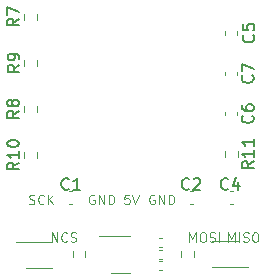
<source format=gbr>
G04 %TF.GenerationSoftware,KiCad,Pcbnew,(6.0.4-0)@% jlc*
G04 %TF.CreationDate,2022-06-11T07:19:30+09:00@% jlc*
G04 %TF.ProjectId,KeyBall,4b657942-616c-46c2-9e6b-696361645f70,rev?@% jlc*
G04 %TF.SameCoordinates,Original@% jlc*
G04 %TF.FileFunction,Legend,Top@% jlc*
G04 %TF.FilePolarity,Positive@% jlc*
%FSLAX46Y46*%
G04 Gerber Fmt 4.6, Leading zero omitted, Abs format (unit mm)*
G04 Created by KiCad (PCBNEW (6.0.4-0)) date 2022-06-11 07:19:30*
%MOMM*%
%LPD*%
G01*
G04 APERTURE LIST*
%ADD10C,0.125000*%
%ADD11C,0.150000*%
%ADD12C,0.120000*%
G04 APERTURE END LIST*
D10*
X148771428Y-105623809D02*
X148885714Y-105661904D01*
X149076190Y-105661904D01*
X149152380Y-105623809D01*
X149190476Y-105585714D01*
X149228571Y-105509523D01*
X149228571Y-105433333D01*
X149190476Y-105357142D01*
X149152380Y-105319047D01*
X149076190Y-105280952D01*
X148923809Y-105242857D01*
X148847619Y-105204761D01*
X148809523Y-105166666D01*
X148771428Y-105090476D01*
X148771428Y-105014285D01*
X148809523Y-104938095D01*
X148847619Y-104900000D01*
X148923809Y-104861904D01*
X149114285Y-104861904D01*
X149228571Y-104900000D01*
X150028571Y-105585714D02*
X149990476Y-105623809D01*
X149876190Y-105661904D01*
X149800000Y-105661904D01*
X149685714Y-105623809D01*
X149609523Y-105547619D01*
X149571428Y-105471428D01*
X149533333Y-105319047D01*
X149533333Y-105204761D01*
X149571428Y-105052380D01*
X149609523Y-104976190D01*
X149685714Y-104900000D01*
X149800000Y-104861904D01*
X149876190Y-104861904D01*
X149990476Y-104900000D01*
X150028571Y-104938095D01*
X150371428Y-105661904D02*
X150371428Y-104861904D01*
X150828571Y-105661904D02*
X150485714Y-105204761D01*
X150828571Y-104861904D02*
X150371428Y-105319047D01*
X157247619Y-104861904D02*
X156866666Y-104861904D01*
X156828571Y-105242857D01*
X156866666Y-105204761D01*
X156942857Y-105166666D01*
X157133333Y-105166666D01*
X157209523Y-105204761D01*
X157247619Y-105242857D01*
X157285714Y-105319047D01*
X157285714Y-105509523D01*
X157247619Y-105585714D01*
X157209523Y-105623809D01*
X157133333Y-105661904D01*
X156942857Y-105661904D01*
X156866666Y-105623809D01*
X156828571Y-105585714D01*
X157514285Y-104861904D02*
X157780952Y-105661904D01*
X158047619Y-104861904D01*
X162342857Y-108861904D02*
X162342857Y-108061904D01*
X162609523Y-108633333D01*
X162876190Y-108061904D01*
X162876190Y-108861904D01*
X163409523Y-108061904D02*
X163561904Y-108061904D01*
X163638095Y-108100000D01*
X163714285Y-108176190D01*
X163752380Y-108328571D01*
X163752380Y-108595238D01*
X163714285Y-108747619D01*
X163638095Y-108823809D01*
X163561904Y-108861904D01*
X163409523Y-108861904D01*
X163333333Y-108823809D01*
X163257142Y-108747619D01*
X163219047Y-108595238D01*
X163219047Y-108328571D01*
X163257142Y-108176190D01*
X163333333Y-108100000D01*
X163409523Y-108061904D01*
X164057142Y-108823809D02*
X164171428Y-108861904D01*
X164361904Y-108861904D01*
X164438095Y-108823809D01*
X164476190Y-108785714D01*
X164514285Y-108709523D01*
X164514285Y-108633333D01*
X164476190Y-108557142D01*
X164438095Y-108519047D01*
X164361904Y-108480952D01*
X164209523Y-108442857D01*
X164133333Y-108404761D01*
X164095238Y-108366666D01*
X164057142Y-108290476D01*
X164057142Y-108214285D01*
X164095238Y-108138095D01*
X164133333Y-108100000D01*
X164209523Y-108061904D01*
X164400000Y-108061904D01*
X164514285Y-108100000D01*
X164857142Y-108861904D02*
X164857142Y-108061904D01*
X150690476Y-108861904D02*
X150690476Y-108061904D01*
X151147619Y-108861904D01*
X151147619Y-108061904D01*
X151985714Y-108785714D02*
X151947619Y-108823809D01*
X151833333Y-108861904D01*
X151757142Y-108861904D01*
X151642857Y-108823809D01*
X151566666Y-108747619D01*
X151528571Y-108671428D01*
X151490476Y-108519047D01*
X151490476Y-108404761D01*
X151528571Y-108252380D01*
X151566666Y-108176190D01*
X151642857Y-108100000D01*
X151757142Y-108061904D01*
X151833333Y-108061904D01*
X151947619Y-108100000D01*
X151985714Y-108138095D01*
X152290476Y-108823809D02*
X152404761Y-108861904D01*
X152595238Y-108861904D01*
X152671428Y-108823809D01*
X152709523Y-108785714D01*
X152747619Y-108709523D01*
X152747619Y-108633333D01*
X152709523Y-108557142D01*
X152671428Y-108519047D01*
X152595238Y-108480952D01*
X152442857Y-108442857D01*
X152366666Y-108404761D01*
X152328571Y-108366666D01*
X152290476Y-108290476D01*
X152290476Y-108214285D01*
X152328571Y-108138095D01*
X152366666Y-108100000D01*
X152442857Y-108061904D01*
X152633333Y-108061904D01*
X152747619Y-108100000D01*
X159390476Y-104900000D02*
X159314285Y-104861904D01*
X159200000Y-104861904D01*
X159085714Y-104900000D01*
X159009523Y-104976190D01*
X158971428Y-105052380D01*
X158933333Y-105204761D01*
X158933333Y-105319047D01*
X158971428Y-105471428D01*
X159009523Y-105547619D01*
X159085714Y-105623809D01*
X159200000Y-105661904D01*
X159276190Y-105661904D01*
X159390476Y-105623809D01*
X159428571Y-105585714D01*
X159428571Y-105319047D01*
X159276190Y-105319047D01*
X159771428Y-105661904D02*
X159771428Y-104861904D01*
X160228571Y-105661904D01*
X160228571Y-104861904D01*
X160609523Y-105661904D02*
X160609523Y-104861904D01*
X160800000Y-104861904D01*
X160914285Y-104900000D01*
X160990476Y-104976190D01*
X161028571Y-105052380D01*
X161066666Y-105204761D01*
X161066666Y-105319047D01*
X161028571Y-105471428D01*
X160990476Y-105547619D01*
X160914285Y-105623809D01*
X160800000Y-105661904D01*
X160609523Y-105661904D01*
X154290476Y-104900000D02*
X154214285Y-104861904D01*
X154100000Y-104861904D01*
X153985714Y-104900000D01*
X153909523Y-104976190D01*
X153871428Y-105052380D01*
X153833333Y-105204761D01*
X153833333Y-105319047D01*
X153871428Y-105471428D01*
X153909523Y-105547619D01*
X153985714Y-105623809D01*
X154100000Y-105661904D01*
X154176190Y-105661904D01*
X154290476Y-105623809D01*
X154328571Y-105585714D01*
X154328571Y-105319047D01*
X154176190Y-105319047D01*
X154671428Y-105661904D02*
X154671428Y-104861904D01*
X155128571Y-105661904D01*
X155128571Y-104861904D01*
X155509523Y-105661904D02*
X155509523Y-104861904D01*
X155700000Y-104861904D01*
X155814285Y-104900000D01*
X155890476Y-104976190D01*
X155928571Y-105052380D01*
X155966666Y-105204761D01*
X155966666Y-105319047D01*
X155928571Y-105471428D01*
X155890476Y-105547619D01*
X155814285Y-105623809D01*
X155700000Y-105661904D01*
X155509523Y-105661904D01*
X165642857Y-108861904D02*
X165642857Y-108061904D01*
X165909523Y-108633333D01*
X166176190Y-108061904D01*
X166176190Y-108861904D01*
X166557142Y-108861904D02*
X166557142Y-108061904D01*
X166900000Y-108823809D02*
X167014285Y-108861904D01*
X167204761Y-108861904D01*
X167280952Y-108823809D01*
X167319047Y-108785714D01*
X167357142Y-108709523D01*
X167357142Y-108633333D01*
X167319047Y-108557142D01*
X167280952Y-108519047D01*
X167204761Y-108480952D01*
X167052380Y-108442857D01*
X166976190Y-108404761D01*
X166938095Y-108366666D01*
X166900000Y-108290476D01*
X166900000Y-108214285D01*
X166938095Y-108138095D01*
X166976190Y-108100000D01*
X167052380Y-108061904D01*
X167242857Y-108061904D01*
X167357142Y-108100000D01*
X167852380Y-108061904D02*
X168004761Y-108061904D01*
X168080952Y-108100000D01*
X168157142Y-108176190D01*
X168195238Y-108328571D01*
X168195238Y-108595238D01*
X168157142Y-108747619D01*
X168080952Y-108823809D01*
X168004761Y-108861904D01*
X167852380Y-108861904D01*
X167776190Y-108823809D01*
X167700000Y-108747619D01*
X167661904Y-108595238D01*
X167661904Y-108328571D01*
X167700000Y-108176190D01*
X167776190Y-108100000D01*
X167852380Y-108061904D01*
D11*
G04 %TO.C,C6@% jlc*
X167687142Y-98166666D02*
X167734761Y-98214285D01*
X167782380Y-98357142D01*
X167782380Y-98452380D01*
X167734761Y-98595238D01*
X167639523Y-98690476D01*
X167544285Y-98738095D01*
X167353809Y-98785714D01*
X167210952Y-98785714D01*
X167020476Y-98738095D01*
X166925238Y-98690476D01*
X166830000Y-98595238D01*
X166782380Y-98452380D01*
X166782380Y-98357142D01*
X166830000Y-98214285D01*
X166877619Y-98166666D01*
X166782380Y-97309523D02*
X166782380Y-97500000D01*
X166830000Y-97595238D01*
X166877619Y-97642857D01*
X167020476Y-97738095D01*
X167210952Y-97785714D01*
X167591904Y-97785714D01*
X167687142Y-97738095D01*
X167734761Y-97690476D01*
X167782380Y-97595238D01*
X167782380Y-97404761D01*
X167734761Y-97309523D01*
X167687142Y-97261904D01*
X167591904Y-97214285D01*
X167353809Y-97214285D01*
X167258571Y-97261904D01*
X167210952Y-97309523D01*
X167163333Y-97404761D01*
X167163333Y-97595238D01*
X167210952Y-97690476D01*
X167258571Y-97738095D01*
X167353809Y-97785714D01*
G04 %TO.C,R8@% jlc*
X147922380Y-97766666D02*
X147446190Y-98100000D01*
X147922380Y-98338095D02*
X146922380Y-98338095D01*
X146922380Y-97957142D01*
X146970000Y-97861904D01*
X147017619Y-97814285D01*
X147112857Y-97766666D01*
X147255714Y-97766666D01*
X147350952Y-97814285D01*
X147398571Y-97861904D01*
X147446190Y-97957142D01*
X147446190Y-98338095D01*
X147350952Y-97195238D02*
X147303333Y-97290476D01*
X147255714Y-97338095D01*
X147160476Y-97385714D01*
X147112857Y-97385714D01*
X147017619Y-97338095D01*
X146970000Y-97290476D01*
X146922380Y-97195238D01*
X146922380Y-97004761D01*
X146970000Y-96909523D01*
X147017619Y-96861904D01*
X147112857Y-96814285D01*
X147160476Y-96814285D01*
X147255714Y-96861904D01*
X147303333Y-96909523D01*
X147350952Y-97004761D01*
X147350952Y-97195238D01*
X147398571Y-97290476D01*
X147446190Y-97338095D01*
X147541428Y-97385714D01*
X147731904Y-97385714D01*
X147827142Y-97338095D01*
X147874761Y-97290476D01*
X147922380Y-97195238D01*
X147922380Y-97004761D01*
X147874761Y-96909523D01*
X147827142Y-96861904D01*
X147731904Y-96814285D01*
X147541428Y-96814285D01*
X147446190Y-96861904D01*
X147398571Y-96909523D01*
X147350952Y-97004761D01*
G04 %TO.C,C5@% jlc*
X167757142Y-91341666D02*
X167804761Y-91389285D01*
X167852380Y-91532142D01*
X167852380Y-91627380D01*
X167804761Y-91770238D01*
X167709523Y-91865476D01*
X167614285Y-91913095D01*
X167423809Y-91960714D01*
X167280952Y-91960714D01*
X167090476Y-91913095D01*
X166995238Y-91865476D01*
X166900000Y-91770238D01*
X166852380Y-91627380D01*
X166852380Y-91532142D01*
X166900000Y-91389285D01*
X166947619Y-91341666D01*
X166852380Y-90436904D02*
X166852380Y-90913095D01*
X167328571Y-90960714D01*
X167280952Y-90913095D01*
X167233333Y-90817857D01*
X167233333Y-90579761D01*
X167280952Y-90484523D01*
X167328571Y-90436904D01*
X167423809Y-90389285D01*
X167661904Y-90389285D01*
X167757142Y-90436904D01*
X167804761Y-90484523D01*
X167852380Y-90579761D01*
X167852380Y-90817857D01*
X167804761Y-90913095D01*
X167757142Y-90960714D01*
G04 %TO.C,C2@% jlc*
X162333333Y-104357142D02*
X162285714Y-104404761D01*
X162142857Y-104452380D01*
X162047619Y-104452380D01*
X161904761Y-104404761D01*
X161809523Y-104309523D01*
X161761904Y-104214285D01*
X161714285Y-104023809D01*
X161714285Y-103880952D01*
X161761904Y-103690476D01*
X161809523Y-103595238D01*
X161904761Y-103500000D01*
X162047619Y-103452380D01*
X162142857Y-103452380D01*
X162285714Y-103500000D01*
X162333333Y-103547619D01*
X162714285Y-103547619D02*
X162761904Y-103500000D01*
X162857142Y-103452380D01*
X163095238Y-103452380D01*
X163190476Y-103500000D01*
X163238095Y-103547619D01*
X163285714Y-103642857D01*
X163285714Y-103738095D01*
X163238095Y-103880952D01*
X162666666Y-104452380D01*
X163285714Y-104452380D01*
G04 %TO.C,R9@% jlc*
X147952380Y-93866666D02*
X147476190Y-94200000D01*
X147952380Y-94438095D02*
X146952380Y-94438095D01*
X146952380Y-94057142D01*
X147000000Y-93961904D01*
X147047619Y-93914285D01*
X147142857Y-93866666D01*
X147285714Y-93866666D01*
X147380952Y-93914285D01*
X147428571Y-93961904D01*
X147476190Y-94057142D01*
X147476190Y-94438095D01*
X147952380Y-93390476D02*
X147952380Y-93200000D01*
X147904761Y-93104761D01*
X147857142Y-93057142D01*
X147714285Y-92961904D01*
X147523809Y-92914285D01*
X147142857Y-92914285D01*
X147047619Y-92961904D01*
X147000000Y-93009523D01*
X146952380Y-93104761D01*
X146952380Y-93295238D01*
X147000000Y-93390476D01*
X147047619Y-93438095D01*
X147142857Y-93485714D01*
X147380952Y-93485714D01*
X147476190Y-93438095D01*
X147523809Y-93390476D01*
X147571428Y-93295238D01*
X147571428Y-93104761D01*
X147523809Y-93009523D01*
X147476190Y-92961904D01*
X147380952Y-92914285D01*
G04 %TO.C,C1@% jlc*
X152133333Y-104357142D02*
X152085714Y-104404761D01*
X151942857Y-104452380D01*
X151847619Y-104452380D01*
X151704761Y-104404761D01*
X151609523Y-104309523D01*
X151561904Y-104214285D01*
X151514285Y-104023809D01*
X151514285Y-103880952D01*
X151561904Y-103690476D01*
X151609523Y-103595238D01*
X151704761Y-103500000D01*
X151847619Y-103452380D01*
X151942857Y-103452380D01*
X152085714Y-103500000D01*
X152133333Y-103547619D01*
X153085714Y-104452380D02*
X152514285Y-104452380D01*
X152800000Y-104452380D02*
X152800000Y-103452380D01*
X152704761Y-103595238D01*
X152609523Y-103690476D01*
X152514285Y-103738095D01*
G04 %TO.C,R7@% jlc*
X147922380Y-89966666D02*
X147446190Y-90300000D01*
X147922380Y-90538095D02*
X146922380Y-90538095D01*
X146922380Y-90157142D01*
X146970000Y-90061904D01*
X147017619Y-90014285D01*
X147112857Y-89966666D01*
X147255714Y-89966666D01*
X147350952Y-90014285D01*
X147398571Y-90061904D01*
X147446190Y-90157142D01*
X147446190Y-90538095D01*
X146922380Y-89633333D02*
X146922380Y-88966666D01*
X147922380Y-89395238D01*
G04 %TO.C,R10@% jlc*
X147922380Y-102142857D02*
X147446190Y-102476190D01*
X147922380Y-102714285D02*
X146922380Y-102714285D01*
X146922380Y-102333333D01*
X146970000Y-102238095D01*
X147017619Y-102190476D01*
X147112857Y-102142857D01*
X147255714Y-102142857D01*
X147350952Y-102190476D01*
X147398571Y-102238095D01*
X147446190Y-102333333D01*
X147446190Y-102714285D01*
X147922380Y-101190476D02*
X147922380Y-101761904D01*
X147922380Y-101476190D02*
X146922380Y-101476190D01*
X147065238Y-101571428D01*
X147160476Y-101666666D01*
X147208095Y-101761904D01*
X146922380Y-100571428D02*
X146922380Y-100476190D01*
X146970000Y-100380952D01*
X147017619Y-100333333D01*
X147112857Y-100285714D01*
X147303333Y-100238095D01*
X147541428Y-100238095D01*
X147731904Y-100285714D01*
X147827142Y-100333333D01*
X147874761Y-100380952D01*
X147922380Y-100476190D01*
X147922380Y-100571428D01*
X147874761Y-100666666D01*
X147827142Y-100714285D01*
X147731904Y-100761904D01*
X147541428Y-100809523D01*
X147303333Y-100809523D01*
X147112857Y-100761904D01*
X147017619Y-100714285D01*
X146970000Y-100666666D01*
X146922380Y-100571428D01*
G04 %TO.C,C7@% jlc*
X167687142Y-94766666D02*
X167734761Y-94814285D01*
X167782380Y-94957142D01*
X167782380Y-95052380D01*
X167734761Y-95195238D01*
X167639523Y-95290476D01*
X167544285Y-95338095D01*
X167353809Y-95385714D01*
X167210952Y-95385714D01*
X167020476Y-95338095D01*
X166925238Y-95290476D01*
X166830000Y-95195238D01*
X166782380Y-95052380D01*
X166782380Y-94957142D01*
X166830000Y-94814285D01*
X166877619Y-94766666D01*
X166782380Y-94433333D02*
X166782380Y-93766666D01*
X167782380Y-94195238D01*
G04 %TO.C,R11@% jlc*
X167782380Y-102042857D02*
X167306190Y-102376190D01*
X167782380Y-102614285D02*
X166782380Y-102614285D01*
X166782380Y-102233333D01*
X166830000Y-102138095D01*
X166877619Y-102090476D01*
X166972857Y-102042857D01*
X167115714Y-102042857D01*
X167210952Y-102090476D01*
X167258571Y-102138095D01*
X167306190Y-102233333D01*
X167306190Y-102614285D01*
X167782380Y-101090476D02*
X167782380Y-101661904D01*
X167782380Y-101376190D02*
X166782380Y-101376190D01*
X166925238Y-101471428D01*
X167020476Y-101566666D01*
X167068095Y-101661904D01*
X167782380Y-100138095D02*
X167782380Y-100709523D01*
X167782380Y-100423809D02*
X166782380Y-100423809D01*
X166925238Y-100519047D01*
X167020476Y-100614285D01*
X167068095Y-100709523D01*
G04 %TO.C,C4@% jlc*
X165633333Y-104357142D02*
X165585714Y-104404761D01*
X165442857Y-104452380D01*
X165347619Y-104452380D01*
X165204761Y-104404761D01*
X165109523Y-104309523D01*
X165061904Y-104214285D01*
X165014285Y-104023809D01*
X165014285Y-103880952D01*
X165061904Y-103690476D01*
X165109523Y-103595238D01*
X165204761Y-103500000D01*
X165347619Y-103452380D01*
X165442857Y-103452380D01*
X165585714Y-103500000D01*
X165633333Y-103547619D01*
X166490476Y-103785714D02*
X166490476Y-104452380D01*
X166252380Y-103404761D02*
X166014285Y-104119047D01*
X166633333Y-104119047D01*
D12*
G04 %TO.C,C3@% jlc*
X160007836Y-108540000D02*
X159792164Y-108540000D01*
X160007836Y-109260000D02*
X159792164Y-109260000D01*
G04 %TO.C,R2@% jlc*
X159746359Y-110520000D02*
X160053641Y-110520000D01*
X159746359Y-111280000D02*
X160053641Y-111280000D01*
G04 %TO.C,R1@% jlc*
X160053641Y-110280000D02*
X159746359Y-110280000D01*
X160053641Y-109520000D02*
X159746359Y-109520000D01*
G04 %TO.C,R6@% jlc*
X161677500Y-109662742D02*
X161677500Y-110137258D01*
X162722500Y-109662742D02*
X162722500Y-110137258D01*
G04 %TO.C,R4@% jlc*
X152477500Y-109662742D02*
X152477500Y-110137258D01*
X153522500Y-109662742D02*
X153522500Y-110137258D01*
G04 %TO.C,C6@% jlc*
X165390000Y-97859420D02*
X165390000Y-98140580D01*
X166410000Y-97859420D02*
X166410000Y-98140580D01*
G04 %TO.C,U2@% jlc*
X150700000Y-111100000D02*
X148500000Y-111100000D01*
X150700000Y-108900000D02*
X147700000Y-108900000D01*
G04 %TO.C,R8@% jlc*
X149422500Y-97837258D02*
X149422500Y-97362742D01*
X148377500Y-97837258D02*
X148377500Y-97362742D01*
G04 %TO.C,C5@% jlc*
X166410000Y-91315580D02*
X166410000Y-91034420D01*
X165390000Y-91315580D02*
X165390000Y-91034420D01*
G04 %TO.C,C2@% jlc*
X162359420Y-104590000D02*
X162640580Y-104590000D01*
X162359420Y-105610000D02*
X162640580Y-105610000D01*
G04 %TO.C,R9@% jlc*
X149422500Y-93462742D02*
X149422500Y-93937258D01*
X148377500Y-93462742D02*
X148377500Y-93937258D01*
G04 %TO.C,C1@% jlc*
X152440580Y-104590000D02*
X152159420Y-104590000D01*
X152440580Y-105610000D02*
X152159420Y-105610000D01*
G04 %TO.C,U3@% jlc*
X164300000Y-108800000D02*
X166500000Y-108800000D01*
X164300000Y-111000000D02*
X167300000Y-111000000D01*
G04 %TO.C,R7@% jlc*
X149422500Y-90037258D02*
X149422500Y-89562742D01*
X148377500Y-90037258D02*
X148377500Y-89562742D01*
G04 %TO.C,R10@% jlc*
X148377500Y-101737258D02*
X148377500Y-101262742D01*
X149422500Y-101737258D02*
X149422500Y-101262742D01*
G04 %TO.C,C7@% jlc*
X165390000Y-94459420D02*
X165390000Y-94740580D01*
X166410000Y-94459420D02*
X166410000Y-94740580D01*
G04 %TO.C,R11@% jlc*
X165377500Y-101162742D02*
X165377500Y-101637258D01*
X166422500Y-101162742D02*
X166422500Y-101637258D01*
G04 %TO.C,U1@% jlc*
X156500000Y-108340000D02*
X154700000Y-108340000D01*
X156500000Y-111460000D02*
X157300000Y-111460000D01*
X156500000Y-108340000D02*
X157300000Y-108340000D01*
X156500000Y-111460000D02*
X155700000Y-111460000D01*
G04 %TO.C,C4@% jlc*
X166040580Y-104590000D02*
X165759420Y-104590000D01*
X166040580Y-105610000D02*
X165759420Y-105610000D01*
G04 %TD@% jlc*
M02*

</source>
